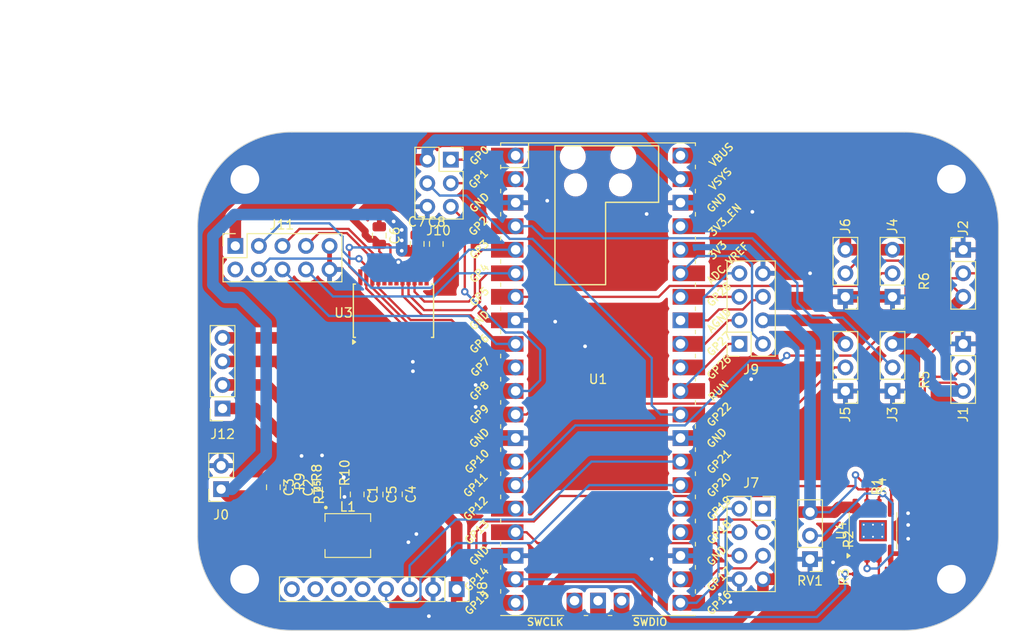
<source format=kicad_pcb>
(kicad_pcb (version 20240108) (generator "pcbnew") (generator_version "8.0")
  (layers (0 "F.Cu" signal) (31 "B.Cu" signal) (34 "B.Paste" user) (35 "F.Paste" user) (36 "B.SilkS" user "B.Silkscreen") (37 "F.SilkS" user "F.Silkscreen") (38 "B.Mask" user) (39 "F.Mask" user) (44 "Edge.Cuts" user))
  (net 0 "")
  (net 1 "+BATT")
  (net 2 "GND")
  (net 3 "+3V3")
  (net 4 "Net-(U5-BST)")
  (net 5 "IRQ")
  (net 6 "MISO")
  (net 7 "MOSI")
  (net 8 "SCK")
  (net 9 "CSN")
  (net 10 "CE")
  (net 11 "SCL")
  (net 12 "SDA")
  (net 13 "SW")
  (net 14 "Net-(J1-Pin_2)")
  (net 15 "Net-(J2-Pin_2)")
  (net 16 "Net-(J3-Pin_2)")
  (net 17 "ADC0")
  (net 18 "AVREF")
  (net 19 "ADC1")
  (net 20 "ADC2")
  (net 21 "AGND")
  (net 22 "RUN")
  (net 23 "GP0")
  (net 24 "GP1")
  (net 25 "GP22")
  (net 26 "GP8")
  (net 27 "PWMA")
  (net 28 "PWMB")
  (net 29 "AIN1")
  (net 30 "BIN1")
  (net 31 "AIN2")
  (net 32 "BIN2")
  (net 33 "Net-(J4-Pin_2)")
  (net 34 "Net-(J5-Pin_2)")
  (net 35 "Net-(J6-Pin_2)")
  (net 40 "Net-(J12-Pin_3)")
  (net 41 "Net-(J12-Pin_2)")
  (net 42 "Net-(J12-Pin_4)")
  (net 43 "Net-(J12-Pin_1)")
  (net 44 "Net-(U1-GPIO15)")
  (net 45 "Net-(U1-GPIO14)")
  (net 46 "Net-(U5-EN)")
  (net 47 "Net-(U5-FB)")
  (net 48 "Net-(U4A--)")
  (footprint "Resistor_SMD:R_0201_0603Metric" (layer "F.Cu") (at 187.59 95.844205 90)
    (property "Reference" "R3")
    (property "Value" "R_hysteresis")
  )
  (footprint "Library:RPi_Pico_SMD_TH" (layer "F.Cu") (at 160.02 74.4942)
    (property "Reference" "U1")
    (property "Value" "Pico")
  )
  (footprint "Resistor_SMD:R_0201_0603Metric" (layer "F.Cu") (at 128.9 85.534205 90)
    (property "Reference" "R9")
    (property "Value" "15.4K")
  )
  (footprint "Connector_PinSocket_2.54mm:PinSocket_1x02_P2.54mm_Vertical" (layer "F.Cu") (at 119.38 86.36 180)
    (property "Reference" "J0")
    (property "Value" "Battery_Input")
  )
  (footprint "Capacitor_SMD:C_0805_2012Metric" (layer "F.Cu") (at 140.52 59.894205 -90)
    (property "Reference" "C7")
    (property "Value" "100nF")
  )
  (footprint "Connector_PinSocket_2.54mm:PinSocket_2x05_P2.54mm_Vertical" (layer "F.Cu") (at 120.91 60.114205 90)
    (property "Reference" "J11")
    (property "Value" "external_hbridge")
  )
  (footprint "Resistor_SMD:R_0201_0603Metric" (layer "F.Cu") (at 191.62 86.044205 90)
    (property "Reference" "R4")
    (property "Value" "R_hysteresis")
  )
  (footprint "Capacitor_SMD:C_0805_2012Metric" (layer "F.Cu") (at 136.43 58.994205 -90)
    (property "Reference" "C6")
    (property "Value" "100nF")
  )
  (footprint "Connector_PinSocket_2.54mm:PinSocket_1x04_P2.54mm_Vertical" (layer "F.Cu") (at 119.535 77.654205 180)
    (property "Reference" "J12")
    (property "Value" "Motor_Pins")
  )
  (footprint "Capacitor_SMD:C_0805_2012Metric" (layer "F.Cu") (at 142.58 59.904205 -90)
    (property "Reference" "C8")
    (property "Value" "22uF")
  )
  (footprint "Connector_PinSocket_2.54mm:PinSocket_2x04_P2.54mm_Vertical" (layer "F.Cu") (at 175.26 70.6842 180)
    (property "Reference" "J9")
    (property "Value" "analog_expansion")
  )
  (footprint "Capacitor_SMD:C_0805_2012Metric" (layer "F.Cu") (at 127.1 86.184205 -90)
    (property "Reference" "C2")
    (property "Value" "100nF")
  )
  (footprint "Connector_PinHeader_2.54mm:PinHeader_1x03_P2.54mm_Vertical" (layer "F.Cu") (at 182.88 93.9152 180)
    (property "Reference" "RV1")
    (property "Value" "R_Potentiometer")
  )
  (footprint "Resistor_SMD:R_0201_0603Metric" (layer "F.Cu") (at 131.66 84.594205 -90)
    (property "Reference" "R10")
    (property "Value" "10K")
  )
  (footprint "Resistor_SMD:R_0201_0603Metric" (layer "F.Cu") (at 185.97 91.764205 -90)
    (property "Reference" "R2")
    (property "Value" "1k")
  )
  (footprint "Resistor_SMD:R_0201_0603Metric" (layer "F.Cu") (at 196.27 74.554205 90)
    (property "Reference" "R5")
    (property "Value" "100K")
  )
  (footprint "Capacitor_SMD:C_0805_2012Metric" (layer "F.Cu") (at 125.01 86.154205 -90)
    (property "Reference" "C3")
    (property "Value" "22uF")
  )
  (footprint "Package_SO:SOIC-8-1EP_3.9x4.9mm_P1.27mm_EP2.29x3mm_ThermalVias" (layer "F.Cu") (at 189.665 90.844205 90)
    (property "Reference" "U4")
    (property "Value" "LM393")
  )
  (footprint "Connector_PinHeader_2.54mm:PinHeader_1x03_P2.54mm_Vertical" (layer "F.Cu") (at 191.77 75.7642 180)
    (property "Reference" "J3")
    (property "Value" "Sensor A")
  )
  (footprint "Inductor_SMD:L_Sunlord_MWSA0402S" (layer "F.Cu") (at 133.04 91.364205)
    (property "Reference" "L1")
    (property "Value" "2.2uH")
  )
  (footprint "Capacitor_SMD:C_0805_2012Metric" (layer "F.Cu") (at 136.09 86.934205 -90)
    (property "Reference" "C5")
    (property "Value" "22uF")
  )
  (footprint "Resistor_SMD:R_0201_0603Metric" (layer "F.Cu") (at 196.24 63.924205 90)
    (property "Reference" "R6")
    (property "Value" "100K")
  )
  (footprint "Connector_PinHeader_2.54mm:PinHeader_1x03_P2.54mm_Vertical" (layer "F.Cu") (at 199.39 70.6842)
    (property "Reference" "J1")
    (property "Value" "Odom L")
  )
  (footprint "Connector_PinHeader_2.54mm:PinHeader_1x03_P2.54mm_Vertical" (layer "F.Cu") (at 186.69 65.6042 180)
    (property "Reference" "J6")
    (property "Value" "Sensor D")
  )
  (footprint "TPS562242DRLR (1):SOT50P160X60-6N" (layer "F.Cu") (at 131.27 86.744205 90)
    (property "Reference" "U5")
    (property "Value" "TPS562242DRLR")
  )
  (footprint "Resistor_SMD:R_0201_0603Metric" (layer "F.Cu") (at 128.9 87.044205 -90)
    (property "Reference" "R7")
    (property "Value" "100K")
  )
  (footprint "Connector_PinHeader_2.54mm:PinHeader_1x03_P2.54mm_Vertical" (layer "F.Cu") (at 186.69 75.7642 180)
    (property "Reference" "J5")
    (property "Value" "Sensor C")
  )
  (footprint "Capacitor_SMD:C_0805_2012Metric" (layer "F.Cu") (at 138.17 86.914205 -90)
    (property "Reference" "C4")
    (property "Value" "100nF")
  )
  (footprint "Resistor_SMD:R_0201_0603Metric" (layer "F.Cu") (at 130.75 84.594205 90)
    (property "Reference" "R8")
    (property "Value" "30.9K")
  )
  (footprint "Connector_PinSocket_2.54mm:PinSocket_2x04_P2.54mm_Vertical" (layer "F.Cu") (at 177.8 88.4642)
    (property "Reference" "J7")
    (property "Value" "nRF24L01 Connector")
  )
  (footprint "Connector_PinHeader_2.54mm:PinHeader_1x03_P2.54mm_Vertical" (layer "F.Cu") (at 191.77 65.6042 180)
    (property "Reference" "J4")
    (property "Value" "Sensor B")
  )
  (footprint "Connector_PinSocket_2.54mm:PinSocket_2x03_P2.54mm_Vertical" (layer "F.Cu") (at 144.145 50.8)
    (property "Reference" "J10")
    (property "Value" "digital_expansion")
  )
  (footprint "Capacitor_SMD:C_0805_2012Metric" (layer "F.Cu") (at 134.05 86.924205 -90)
    (property "Reference" "C1")
    (property "Value" "100nF")
  )
  (footprint "Package_SO:SSOP-24_5.3x8.2mm_P0.65mm" (layer "F.Cu") (at 137.96 67.104205 90)
    (property "Reference" "U3")
    (property "Value" "TB6612FNG")
  )
  (footprint "Resistor_SMD:R_0201_0603Metric" (layer "F.Cu") (at 189.05 86.064205 -90)
    (property "Reference" "R1")
    (property "Value" "1k")
  )
  (footprint "Connector_PinSocket_2.54mm:PinSocket_1x08_P2.54mm_Vertical" (layer "F.Cu") (at 144.78 97.155 -90)
    (property "Reference" "J8")
    (property "Value" "i2c accel/gyro")
  )
  (footprint "Connector_PinHeader_2.54mm:PinHeader_1x03_P2.54mm_Vertical" (layer "F.Cu") (at 199.39 60.5242)
    (property "Reference" "J2")
    (property "Value" "Odom R")
  )
  (gr_poly (pts (xy 160.834779 55.404906) (xy 160.834779 64.294906) (xy 155.373779 64.294906) (xy 155.373779 49.308906) (xy 166.549779 49.308906) (xy 166.549779 55.404906)) (stroke (width 0.15)) (fill none) (layer "F.SilkS"))
  (gr_line (start 127 47.824205) (end 193.04 47.824205) (stroke (width 0.1)) (layer "Edge.Cuts"))
  (gr_arc (start 203.2 91.44) (mid 200.224205 98.624205) (end 193.04 101.6) (stroke (width 0.1)) (layer "Edge.Cuts"))
  (gr_line (start 203.2 57.984205) (end 203.2 91.44) (stroke (width 0.1)) (layer "Edge.Cuts"))
  (gr_arc (start 127 101.6) (mid 119.815795 98.624205) (end 116.84 91.44) (stroke (width 0.1)) (layer "Edge.Cuts"))
  (gr_arc (start 116.84 57.984205) (mid 119.815795 50.8) (end 127 47.824205) (stroke (width 0.1)) (layer "Edge.Cuts"))
  (gr_line (start 193.04 101.6) (end 127 101.6) (stroke (width 0.1)) (layer "Edge.Cuts"))
  (gr_line (start 116.84 91.44) (end 116.84 57.984205) (stroke (width 0.1)) (layer "Edge.Cuts"))
  (gr_arc (start 193.04 47.824205) (mid 200.224205 50.8) (end 203.2 57.984205) (stroke (width 0.1)) (layer "Edge.Cuts"))
  (segment (start 125.01 87.104205) (end 127.07 87.104205) (width 1.25) (layer "F.Cu") (net 1))
  (segment (start 130.77 87.479205) (end 130.175 88.074205) (width 0.25) (layer "F.Cu") (net 1))
  (segment (start 138.85 58.384205) (end 138.85 60.634205) (width 1.25) (layer "F.Cu") (net 1))
  (segment (start 128.9 87.894205) (end 129.08 88.074205) (width 0.25) (layer "F.Cu") (net 1))
  (segment (start 133.2 62.319205) (end 133.2 60.274205) (width 0.25) (layer "F.Cu") (net 1))
  (segment (start 142.58 60.854205) (end 140.53 60.854205) (width 1.25) (layer "F.Cu") (net 1))
  (segment (start 128.9 87.364205) (end 128.9 87.894205) (width 0.25) (layer "F.Cu") (net 1))
  (segment (start 140.885 63.504205) (end 141.535 63.504205) (width 0.25) (layer "F.Cu") (net 1))
  (segment (start 120.124205 87.104205) (end 125.01 87.104205) (width 1.25) (layer "F.Cu") (net 1))
  (segment (start 127.07 87.104205) (end 127.1 87.134205) (width 1.25) (layer "F.Cu") (net 1))
  (segment (start 129.08 88.074205) (end 130.06 88.074205) (width 1.25) (layer "F.Cu") (net 1))
  (segment (start 134.385 63.504205) (end 133.2 62.319205) (width 0.25) (layer "F.Cu") (net 1))
  (segment (start 140.885 63.504205) (end 140.885 61.209205) (width 0.25) (layer "F.Cu") (net 1))
  (segment (start 140.885 61.209205) (end 140.52 60.844205) (width 0.25) (layer "F.Cu") (net 1))
  (segment (start 128.04 88.074205) (end 129.08 88.074205) (width 1.25) (layer "F.Cu") (net 1))
  (segment (start 140.53 60.854205) (end 140.52 60.844205) (width 1.25) (layer "F.Cu") (net 1))
  (segment (start 127.1 87.134205) (end 128.04 88.074205) (width 1.25) (layer "F.Cu") (net 1))
  (segment (start 137.98 57.474205) (end 138.81 58.304205) (width 1.25) (layer "F.Cu") (net 1))
  (segment (start 138.85 60.634205) (end 140.31 60.634205) (width 1.25) (layer "F.Cu") (net 1))
  (segment (start 140.31 60.634205) (end 140.52 60.844205) (width 1.25) (layer "F.Cu") (net 1))
  (segment (start 141.535 63.504205) (end 141.535 61.899205) (width 0.25) (layer "F.Cu") (net 1))
  (segment (start 130.175 88.074205) (end 130.06 88.074205) (width 0.25) (layer "F.Cu") (net 1))
  (segment (start 119.38 86.36) (end 120.124205 87.104205) (width 1.25) (layer "F.Cu") (net 1))
  (segment (start 141.535 61.899205) (end 142.58 60.854205) (width 0.25) (layer "F.Cu") (net 1))
  (via (at 138.85 58.384205) (size 0.8) (drill 0.4) (layers "F.Cu" "B.Cu") (net 1))
  (via (at 133.2 60.274205) (size 0.8) (drill 0.4) (layers "F.Cu" "B.Cu") (net 1))
  (via (at 137.98 57.474205) (size 0.8) (drill 0.4) (layers "F.Cu" "B.Cu") (net 1))
  (via (at 138.85 60.634205) (size 0.8) (drill 0.4) (layers "F.Cu" "B.Cu") (net 1))
  (via (at 138.85 59.514205) (size 0.8) (drill 0.4) (layers "F.Cu" "B.Cu") (net 1))
  (segment (start 118.49 64.284205) (end 118.49 59.054205) (width 1.25) (layer "B.Cu") (net 1))
  (segment (start 124.24 82.664205) (end 124.24 68.454205) (width 1.25) (layer "B.Cu") (net 1))
  (segment (start 138.49 60.274205) (end 138.85 60.634205) (width 0.25) (layer "B.Cu") (net 1))
  (segment (start 124.24 68.454205) (end 121.46 65.674205) (width 1.25) (layer "B.Cu") (net 1))
  (segment (start 133.2 60.274205) (end 138.49 60.274205) (width 0.25) (layer "B.Cu") (net 1))
  (segment (start 121.46 65.674205) (end 119.88 65.674205) (width 1.25) (layer "B.Cu") (net 1))
  (segment (start 137.23 56.724205) (end 137.98 57.474205) (width 1.25) (layer "B.Cu") (net 1))
  (segment (start 118.49 59.054205) (end 120.82 56.724205) (width 1.25) (layer "B.Cu") (net 1))
  (segment (start 120.544205 86.36) (end 124.24 82.664205) (width 1.25) (layer "B.Cu") (net 1))
  (segment (start 138.85 60.634205) (end 138.85 58.344205) (width 1.25) (layer "B.Cu") (net 1))
  (segment (start 119.38 86.36) (end 120.544205 86.36) (width 1.25) (layer "B.Cu") (net 1))
  (segment (start 119.88 65.674205) (end 118.49 64.284205) (width 1.25) (layer "B.Cu") (net 1))
  (segment (start 138.85 58.344205) (end 137.98 57.474205) (width 1.25) (layer "B.Cu") (net 1))
  (segment (start 120.82 56.724205) (end 137.23 56.724205) (width 1.25) (layer "B.Cu") (net 1))
  (segment (start 132.395 87.479205) (end 132.68 87.194205) (width 0.25) (layer "F.Cu") (net 2))
  (segment (start 132.44 84.914205) (end 132.6 85.074205) (width 0.25) (layer "F.Cu") (net 2))
  (segment (start 136.09 85.324205) (end 136.09 85.984205) (width 0.25) (layer "F.Cu") (net 2))
  (segment (start 132.6 85.074205) (end 132.86 84.814205) (width 0.25) (layer "F.Cu") (net 2))
  (segment (start 132.86 84.814205) (end 135.58 84.814205) (width 0.25) (layer "F.Cu") (net 2))
  (segment (start 191.77 65.6042) (end 186.69 65.6042) (width 1.25) (layer "F.Cu") (net 2))
  (segment (start 131.77 87.479205) (end 132.395 87.479205) (width 0.25) (layer "F.Cu") (net 2))
  (segment (start 131.66 84.914205) (end 132.44 84.914205) (width 0.25) (layer "F.Cu") (net 2))
  (segment (start 135.58 84.814205) (end 136.09 85.324205) (width 0.25) (layer "F.Cu") (net 2))
  (via (at 185.36 94.254205) (size 0.8) (drill 0.4) (layers "F.Cu" "B.Cu") (net 2))
  (via (at 193.46 91.714205) (size 0.8) (drill 0.4) (layers "F.Cu" "B.Cu") (net 2))
  (via (at 132.6 85.074205) (size 0.8) (drill 0.4) (layers "F.Cu" "B.Cu") (net 2))
  (via (at 140.06 73.634205) (size 0.8) (drill 0.4) (layers "F.Cu" "B.Cu") (net 2))
  (via (at 182.88 63.064205) (size 0.8) (drill 0.4) (layers "F.Cu" "B.Cu") (net 2))
  (via (at 128.05 82.774205) (size 0.8) (drill 0.4) (layers "F.Cu" "B.Cu") (net 2))
  (via (at 154.54 55.234205) (size 0.8) (drill 0.4) (layers "F.Cu" "B.Cu") (net 2))
  (via (at 155.4 68.284205) (size 0.8) (drill 0.4) (layers "F.Cu" "B.Cu") (net 2))
  (via (at 165.26 56.664205) (size 0.8) (drill 0.4) (layers "F.Cu" "B.Cu") (net 2))
  (via (at 139.57 92.084205) (size 0.8) (drill 0.4) (layers "F.Cu" "B.Cu") (net 2))
  (via (at 140.43 91.204205) (size 0.8) (drill 0.4) (layers "F.Cu" "B.Cu") (net 2))
  (via (at 158.62 70.944205) (size 0.8) (drill 0.4) (layers "F.Cu" "B.Cu") (net 2))
  (via (at 193.45 88.954205) (size 0.8) (drill 0.4) (layers "F.Cu" "B.Cu") (net 2))
  (via (at 132.6 85.074205) (size 0.8) (drill 0.4) (layers "F.Cu" "B.Cu") (net 2))
  (via (at 174.29 98.534205) (size 0.8) (drill 0.4) (layers "F.Cu" "B.Cu") (net 2))
  (via (at 146.82 77.484205) (size 0.8) (drill 0.4) (layers "F.Cu" "B.Cu") (net 2))
  (via (at 173.15 97.724205) (size 0.8) (drill 0.4) (layers "F.Cu" "B.Cu") (net 2))
  (via (at 140.05 72.614205) (size 0.8) (drill 0.4) (layers "F.Cu" "B.Cu") (net 2))
  (via (at 138.49 61.864205) (size 0.8) (drill 0.4) (layers "F.Cu" "B.Cu") (net 2))
  (via (at 141.78 100.064205) (size 0.8) (drill 0.4) (layers "F.Cu" "B.Cu") (net 2))
  (via (at 198.12 52.9042) (size 4.5) (drill 3.1) (layers "F.Cu" "B.Cu") (net 2))
  (via (at 130.26 82.714205) (size 0.8) (drill 0.4) (layers "F.Cu" "B.Cu") (net 2))
  (via (at 198.12 96.0842) (size 4.5) (drill 3.1) (layers "F.Cu" "B.Cu") (net 2))
  (via (at 176.66 56.434205) (size 0.8) (drill 0.4) (layers "F.Cu" "B.Cu") (net 2))
  (via (at 193.46 90.224205) (size 0.8) (drill 0.4) (layers "F.Cu" "B.Cu") (net 2))
  (via (at 165.8 93.894205) (size 0.8) (drill 0.4) (layers "F.Cu" "B.Cu") (net 2))
  (via (at 146.82 75.124205) (size 0.8) (drill 0.4) (layers "F.Cu" "B.Cu") (net 2))
  (via (at 176.53 74.494205) (size 0.8) (drill 0.4) (layers "F.Cu" "B.Cu") (net 2))
  (via (at 121.94 52.934205) (size 4.5) (drill 3.1) (layers "F.Cu" "B.Cu") (net 2))
  (via (at 132.68 87.194205) (size 0.8) (drill 0.4) (layers "F.Cu" "B.Cu") (net 2))
  (via (at 121.92 96.0842) (size 4.5) (drill 3.1) (layers "F.Cu" "B.Cu") (net 2))
  (segment (start 130.75 84.274205) (end 131.66 84.274205) (width 0.25) (layer "F.Cu") (net 3))
  (segment (start 144.78 97.155) (end 144.78 90.321997) (width 1.25) (layer "F.Cu") (net 3))
  (segment (start 165.31 97.234205) (end 165.31 99.284205) (width 1.25) (layer "F.Cu") (net 3))
  (segment (start 181.479005 88.8352) (end 182.88 88.8352) (width 1.25) (layer "F.Cu") (net 3))
  (segment (start 177.8 97.754205) (end 177.8 96.0842) (width 1.25) (layer "F.Cu") (net 3))
  (segment (start 179.050005 96.0842) (end 180.24 94.894205) (width 1.25) (layer "F.Cu") (net 3))
  (segment (start 196.24 64.244205) (end 198.030005 64.244205) (width 0.25) (layer "F.Cu") (net 3))
  (segment (start 138.15 87.884205) (end 138.17 87.864205) (width 0.75) (layer "F.Cu") (net 3))
  (segment (start 186.02 88.324205) (end 187.715 88.324205) (width 1.25) (layer "F.Cu") (net 3))
  (segment (start 194.36 68.0942) (end 194.36 61.584205) (width 1.25) (layer "F.Cu") (net 3))
  (segment (start 166.7 100.674205) (end 174.88 100.674205) (width 1.25) (layer "F.Cu") (net 3))
  (segment (start 185.97 91.134205) (end 187.76 89.344205) (width 0.25) (layer "F.Cu") (net 3))
  (segment (start 168.91 52.9042) (end 182.139995 52.9042) (width 1.25) (layer "F.Cu") (net 3))
  (segment (start 155.16 96.964205) (end 156.24 95.884205) (width 1.25) (layer "F.Cu") (net 3))
  (segment (start 142.322208 87.864205) (end 141.16 87.864205) (width 1.25) (layer "F.Cu") (net 3))
  (segment (start 140.08 84.274205) (end 141.16 85.354205) (width 0.25) (layer "F.Cu") (net 3))
  (segment (start 134.91 58.924205) (end 135.38 59.394205) (width 0.75) (layer "F.Cu") (net 3))
  (segment (start 194.36 68.0942) (end 196.9 68.0942) (width 1.25) (layer "F.Cu") (net 3))
  (segment (start 136.985 61.259205) (end 136.43 60.704205) (width 0.25) (layer "F.Cu") (net 3))
  (segment (start 136.985 63.504205) (end 136.985 61.259205) (width 0.25) (layer "F.Cu") (net 3))
  (segment (start 133.96 54.724205) (end 137.884205 50.8) (width 0.75) (layer "F.Cu") (net 3))
  (segment (start 187.715 88.324205) (end 187.76 88.369205) (width 1.25) (layer "F.Cu") (net 3))
  (segment (start 185.97 91.444205) (end 185.97 91.134205) (width 0.25) (layer "F.Cu") (net 3))
  (segment (start 198.030005 64.244205) (end 199.39 65.6042) (width 0.25) (layer "F.Cu") (net 3))
  (segment (start 134.89 91.364205) (end 134.89 90.684205) (width 0.75) (layer "F.Cu") (net 3))
  (segment (start 136.09 89.484205) (end 136.09 87.884205) (width 0.75) (layer "F.Cu") (net 3))
  (segment (start 177.8 96.0842) (end 179.050005 96.0842) (width 1.25) (layer "F.Cu") (net 3))
  (segment (start 155.16 98.534205) (end 155.16 96.964205) (width 1.25) (layer "F.Cu") (net 3))
  (segment (start 120.91 60.114205) (end 120.91 57.164205) (width 1.25) (layer "F.Cu") (net 3))
  (segment (start 165.31 99.284205) (end 166.7 100.674205) (width 1.25) (layer "F.Cu") (net 3))
  (segment (start 196.9 68.0942) (end 199.39 65.6042) (width 1.25) (layer "F.Cu") (net 3))
  (segment (start 191.77 70.6842) (end 194.36 68.0942) (width 1.25) (layer "F.Cu") (net 3))
  (segment (start 141.16 85.354205) (end 141.16 87.864205) (width 0.25) (layer "F.Cu") (net 3))
  (segment (start 182.88 88.8352) (end 185.509005 88.8352) (width 1.25) (layer "F.Cu") (net 3))
  (segment (start 180.24 94.894205) (end 180.24 90.074205) (width 1.25) (layer "F.Cu") (net 3))
  (segment (start 186.69 57.454205) (end 186.69 60.5242) (width 1.25) (layer "F.Cu") (net 3))
  (segment (start 141.16 87.864205) (end 138.17 87.864205) (width 1.25) (layer "F.Cu") (net 3))
  (segment (start 163.93 95.854205) (end 165.31 97.234205) (width 1.25) (layer "F.Cu") (net 3))
  (segment (start 137.635 60.119205) (end 137.46 59.944205) (width 0.25) (layer "F.Cu") (net 3))
  (segment (start 146.79 100.684205) (end 153.01 100.684205) (width 1.25) (layer "F.Cu") (net 3))
  (segment (start 174.88 100.674205) (end 177.8 97.754205) (width 1.25) (layer "F.Cu") (net 3))
  (segment (start 135.38 59.394205) (end 135.88 59.394205) (width 0.75) (layer "F.Cu") (net 3))
  (segment (start 177.8 68.1442) (end 184.15 68.1442) (width 1.25) (layer "F.Cu") (net 3))
  (segment (start 134.91 58.514205) (end 134.91 58.924205) (width 0.75) (layer "F.Cu") (net 3))
  (segment (start 132.54 56.144205) (end 137.884205 50.8) (width 1.25) (layer "F.Cu") (net 3))
  (segment (start 182.139995 52.9042) (end 186.69 57.454205) (width 1.25) (layer "F.Cu") (net 3))
  (segment (start 137.884205 50.8) (end 141.605 50.8) (width 1.25) (layer "F.Cu") (net 3))
  (segment (start 198.500005 74.874205) (end 199.39 75.7642) (width 0.25) (layer "F.Cu") (net 3))
  (segment (start 189.05 85.744205) (end 188.7 85.744205) (width 0.25) (layer "F.Cu") (net 3))
  (segment (start 194.36 61.584205) (end 193.299995 60.5242) (width 1.25) (layer "F.Cu") (net 3))
  (segment (start 153.01 100.684205) (end 155.16 98.534205) (width 1.25) (layer "F.Cu") (net 3))
  (segment (start 156.24 95.854205) (end 163.93 95.854205) (width 1.25) (layer "F.Cu") (net 3))
  (segment (start 193.299995 60.5242) (end 191.77 60.5242) (width 1.25) (layer "F.Cu") (net 3))
  (segment (start 136.09 87.884205) (end 138.15 87.884205) (width 0.75) (layer "F.Cu") (net 3))
  (segment (start 188.7 85.744205) (end 187.78 84.824205) (width 0.25) (layer "F.Cu") (net 3))
  (segment (start 185.509005 88.8352) (end 186.02 88.324205) (width 1.25) (layer "F.Cu") (net 3))
  (segment (start 131.66 84.274205) (end 140.08 84.274205) (width 0.25) (layer "F.Cu") (net 3))
  (segment (start 137.46 59.944205) (end 136.43 59.944205) (width 0.25) (layer "F.Cu") (net 3))
  (segment (start 192.3585 60.5242) (end 191.77 60.5242) (width 0.25) (layer "F.Cu") (net 3))
  (segment (start 186.69 60.5242) (end 191.77 60.5242) (width 1.25) (layer "F.Cu") (net 3))
  (segment (start 135.88 59.394205) (end 136.43 59.944205) (width 0.75) (layer "F.Cu") (net 3))
  (segment (start 144.78 97.155) (end 144.78 98.674205) (width 1.25) (layer "F.Cu") (net 3))
  (segment (start 132.54 56.144205) (end 134.91 58.514205) (width 0.75) (layer "F.Cu") (net 3))
  (segment (start 134.89 90.684205) (end 136.09 89.484205) (width 0.75) (layer "F.Cu") (net 3))
  (segment (start 196.27 74.874205) (end 198.500005 74.874205) (width 0.25) (layer "F.Cu") (net 3))
  (segment (start 136.985 63.504205) (end 137.635 63.504205) (width 0.25) (layer "F.Cu") (net 3))
  (segment (start 136.43 60.704205) (end 136.43 59.944205) (width 0.25) (layer "F.Cu") (net 3))
  (segment (start 180.24 90.074205) (end 181.479005 88.8352) (width 1.25) (layer "F.Cu") (net 3))
  (segment (start 144.78 98.674205) (end 146.79 100.684205) (width 1.25) (layer "F.Cu") (net 3))
  (segment (start 187.76 89.344205) (end 187.76 88.369205) (width 0.25) (layer "F.Cu") (net 3))
  (segment (start 137.635 63.504205) (end 137.635 60.119205) (width 0.25) (layer "F.Cu") (net 3))
  (segment (start 144.78 90.321997) (end 142.322208 87.864205) (width 1.25) (layer "F.Cu") (net 3))
  (segment (start 120.91 57.164205) (end 121.93 56.144205) (width 1.25) (layer "F.Cu") (net 3))
  (segment (start 121.93 56.144205) (end 132.54 56.144205) (width 1.25) (layer "F.Cu") (net 3))
  (segment (start 184.15 68.1442) (end 186.69 70.6842) (width 1.25) (layer "F.Cu") (net 3))
  (segment (start 156.24 95.884205) (end 156.24 95.854205) (width 1.25) (layer "F.Cu") (net 3))
  (via (at 187.78 84.824205) (size 0.8) (drill 0.4) (layers "F.Cu" "B.Cu") (net 3))
  (segment (start 182.88 88.8352) (end 184.989005 88.8352) (width 0.25) (layer "B.Cu") (net 3))
  (segment (start 141.605 49.597919) (end 142.513719 48.6892) (width 1.25) (layer "B.Cu") (net 3))
  (segment (start 141.605 50.8) (end 141.605 49.597919) (width 1.25) (layer "B.Cu") (net 3))
  (segment (start 182.88 70.574205) (end 180.449995 68.1442) (width 1.25) (layer "B.Cu") (net 3))
  (segment (start 187.78 86.044205) (end 187.78 84.824205) (width 0.25) (layer "B.Cu") (net 3))
  (segment (start 184.989005 88.8352) (end 187.78 86.044205) (width 0.25) (layer "B.Cu") (net 3))
  (segment (start 194.249995 70.6842) (end 195.82 72.254205) (width 1.25) (layer "B.Cu") (net 3))
  (segment (start 195.82 74.764205) (end 196.819995 75.7642) (width 1.25) (layer "B.Cu") (net 3))
  (segment (start 164.384995 48.6892) (end 168.599995 52.9042) (width 1.25) (layer "B.Cu") (net 3))
  (segment (start 191.77 70.6842) (end 194.249995 70.6842) (width 1.25) (layer "B.Cu") (net 3))
  (segment (start 180.449995 68.1442) (end 177.8 68.1442) (width 1.25) (layer "B.Cu") (net 3))
  (segment (start 195.82 72.254205) (end 195.82 74.764205) (width 1.25) (layer "B.Cu") (net 3))
  (segment (start 196.819995 75.7642) (end 199.39 75.7642) (width 1.25) (layer "B.Cu") (net 3))
  (segment (start 142.513719 48.6892) (end 164.384995 48.6892) (width 1.25) (layer "B.Cu") (net 3))
  (segment (start 168.599995 52.9042) (end 168.91 52.9042) (width 1.25) (layer "B.Cu") (net 3))
  (segment (start 182.88 88.8352) (end 182.88 70.574205) (width 1.25) (layer "B.Cu") (net 3))
  (segment (start 134.015 86.009205) (end 134.05 85.974205) (width 0.25) (layer "F.Cu") (net 4))
  (segment (start 131.77 86.009205) (end 134.015 86.009205) (width 0.25) (layer "F.Cu") (net 4))
  (segment (start 173.01 89.364205) (end 173.910005 88.4642) (width 0.25) (layer "B.Cu") (net 6))
  (segment (start 173.910005 88.4642) (end 175.26 88.4642) (width 0.25) (layer "B.Cu") (net 6))
  (segment (start 173.01 96.244205) (end 173.01 89.364205) (width 0.25) (layer "B.Cu") (net 6))
  (segment (start 170.630005 98.6242) (end 173.01 96.244205) (width 0.25) (layer "B.Cu") (net 6))
  (segment (start 168.91 98.6242) (end 170.630005 98.6242) (width 0.25) (layer "B.Cu") (net 6))
  (segment (start 168.91 88.4642) (end 170.0869 88.4642) (width 0.25) (layer "F.Cu") (net 7))
  (segment (start 170.0869 88.4642) (end 171.2638 89.6411) (width 0.25) (layer "F.Cu") (net 7))
  (segment (start 171.2638 89.6411) (end 176.4369 89.6411) (width 0.25) (layer "F.Cu") (net 7))
  (segment (start 176.4369 89.6411) (end 177.8 91.0042) (width 0.25) (layer "F.Cu") (net 7))
  (segment (start 175.26 91.0042) (end 168.91 91.0042) (width 0.25) (layer "F.Cu") (net 8))
  (segment (start 168.91 96.0842) (end 171.8869 96.0842) (width 0.25) (layer "F.Cu") (net 9))
  (segment (start 173.0638 94.9073) (end 176.4369 94.9073) (width 0.25) (layer "F.Cu") (net 9))
  (segment (start 171.8869 96.0842) (end 173.0638 94.9073) (width 0.25) (layer "F.Cu") (net 9))
  (segment (start 176.4369 94.9073) (end 177.8 93.5442) (width 0.25) (layer "F.Cu") (net 9))
  (segment (start 153.4838 92.1811) (end 172.72 92.1811) (width 0.25) (layer "F.Cu") (net 10))
  (segment (start 151.13 91.0042) (end 152.3069 91.0042) (width 0.25) (layer "F.Cu") (net 10))
  (segment (start 175.26 93.5442) (end 174.0831 93.5442) (width 0.25) (layer "F.Cu") (net 10))
  (segment (start 172.72 92.1811) (end 174.0831 93.5442) (width 0.25) (layer "F.Cu") (net 10))
  (segment (start 152.3069 91.0042) (end 153.4838 92.1811) (width 0.25) (layer "F.Cu") (net 10))
  (segment (start 139.7 94.604205) (end 139.7 97.155) (width 0.25) (layer "B.Cu") (net 11))
  (segment (start 168.91 83.3842) (end 159.310005 83.3842) (width 0.25) (layer "B.Cu") (net 11))
  (segment (start 144.665005 89.6392) (end 139.7 94.604205) (width 0.25) (layer "B.Cu") (net 11))
  (segment (start 153.055005 89.6392) (end 144.665005 89.6392) (width 0.25) (layer "B.Cu") (net 11))
  (segment (start 159.310005 83.3842) (end 153.055005 89.6392) (width 0.25) (layer "B.Cu") (net 11))
  (segment (start 140.55 98.554205) (end 137.44 98.554205) (width 0.25) (layer "B.Cu") (net 12))
  (segment (start 159.060005 85.9242) (end 152.805005 92.1792) (width 0.25) (layer "B.Cu") (net 12))
  (segment (start 137.44 98.554205) (end 137.16 98.274205) (width 0.25) (layer "B.Cu") (net 12))
  (segment (start 168.91 85.9242) (end 159.060005 85.9242) (width 0.25) (layer "B.Cu") (net 12))
  (segment (start 137.16 98.274205) (end 137.16 97.155) (width 0.25) (layer "B.Cu") (net 12))
  (segment (start 140.875 96.059205) (end 140.875 98.229205) (width 0.25) (layer "B.Cu") (net 12))
  (segment (start 152.805005 92.1792) (end 144.764995 92.1792) (width 0.25) (layer "B.Cu") (net 12))
  (segment (start 144.764995 92.1792) (end 144.76 92.174205) (width 0.25) (layer "B.Cu") (net 12))
  (segment (start 144.76 92.174205) (end 140.875 96.059205) (width 0.25) (layer "B.Cu") (net 12))
  (segment (start 140.875 98.229205) (end 140.55 98.554205) (width 0.25) (layer "B.Cu") (net 12))
  (segment (start 131.27 88.894205) (end 131.28 88.904205) (width 0.25) (layer "F.Cu") (net 13))
  (segment (start 131.19 91.364205) (end 131.19 88.814205) (width 0.75) (layer "F.Cu") (net 13))
  (segment (start 131.27 88.734205) (end 131.27 88.894205) (width 0.25) (layer "F.Cu") (net 13))
  (segment (start 133.19 88.734205) (end 134.05 87.874205) (width 0.75) (layer "F.Cu") (net 13))
  (segment (start 131.19 88.814205) (end 131.27 88.734205) (width 0.75) (layer "F.Cu") (net 13))
  (segment (start 131.27 87.479205) (end 131.27 88.734205) (width 0.25) (layer "F.Cu") (net 13))
  (segment (start 131.27 88.734205) (end 133.19 88.734205) (width 0.75) (layer "F.Cu") (net 13))
  (segment (start 196.27 74.234205) (end 195.686396 74.234205) (width 0.25) (layer "F.Cu") (net 14))
  (segment (start 195.25 93.174205) (end 191.83 96.594205) (width 0.25) (layer "F.Cu") (net 14))
  (segment (start 190.27 96.014205) (end 188.66 96.014205) (width 0.25) (layer "F.Cu") (net 14))
  (segment (start 187.59 96.164205) (end 188.51 96.164205) (width 0.25) (layer "F.Cu") (net 14))
  (segment (start 190.3 95.984205) (end 190.3 93.319205) (width 0.25) (layer "F.Cu") (net 14))
  (segment (start 190.27 96.014205) (end 190.3 95.984205) (width 0.25) (layer "F.Cu") (net 14))
  (segment (start 195.686396 74.234205) (end 195.25 74.670601) (width 0.25) (layer "F.Cu") (net 14))
  (segment (start 198.379995 74.234205) (end 199.39 73.2242) (width 0.25) (layer "F.Cu") (net 14))
  (segment (start 195.25 74.670601) (end 195.25 93.174205) (width 0.25) (layer "F.Cu") (net 14))
  (segment (start 191.83 96.594205) (end 190.85 96.594205) (width 0.25) (layer "F.Cu") (net 14))
  (segment (start 188.51 96.164205) (end 188.66 96.014205) (width 0.25) (layer "F.Cu") (net 14))
  (segment (start 190.85 96.594205) (end 190.27 96.014205) (width 0.25) (layer "F.Cu") (net 14))
  (segment (start 196.27 74.234205) (end 198.379995 74.234205) (width 0.25) (layer "F.Cu") (net 14))
  (segment (start 192.47 86.364205) (end 194.8 84.034205) (width 0.25) (layer "F.Cu") (net 15))
  (segment (start 191.62 86.364205) (end 191.62 88.319205) (width 0.25) (layer "F.Cu") (net 15))
  (segment (start 194.8 84.034205) (end 194.8 74.484205) (width 0.25) (layer "F.Cu") (net 15))
  (segment (start 195.39 72.244205) (end 201.52 66.114205) (width 0.25) (layer "F.Cu") (net 15))
  (segment (start 195.39 73.894205) (end 195.39 72.244205) (width 0.25) (layer "F.Cu") (net 15))
  (segment (start 200.839995 63.0642) (end 199.39 63.0642) (width 0.25) (layer "F.Cu") (net 15))
  (segment (start 201.52 63.744205) (end 200.839995 63.0642) (width 0.25) (layer "F.Cu") (net 15))
  (segment (start 196.24 63.604205) (end 198.849995 63.604205) (width 0.25) (layer "F.Cu") (net 15))
  (segment (start 191.62 86.364205) (end 192.47 86.364205) (width 0.25) (layer "F.Cu") (net 15))
  (segment (start 198.849995 63.604205) (end 199.39 63.0642) (width 0.25) (layer "F.Cu") (net 15))
  (segment (start 194.8 74.484205) (end 195.39 73.894205) (width 0.25) (layer "F.Cu") (net 15))
  (segment (start 201.52 66.114205) (end 201.52 63.744205) (width 0.25) (layer "F.Cu") (net 15))
  (segment (start 191.62 88.319205) (end 191.57 88.369205) (width 0.25) (layer "F.Cu") (net 15))
  (segment (start 181.51 64.144205) (end 176.65 59.284205) (width 0.25) (layer "B.Cu") (net 16))
  (segment (start 152.849995 57.9842) (end 151.13 57.9842) (width 0.25) (layer "B.Cu") (net 16))
  (segment (start 181.51 66.234205) (end 181.51 64.144205) (width 0.25) (layer "B.Cu") (net 16))
  (segment (start 186.400005 67.854205) (end 183.13 67.854205) (width 0.25) (layer "B.Cu") (net 16))
  (segment (start 176.65 59.284205) (end 154.15 59.284205) (width 0.25) (layer "B.Cu") (net 16))
  (segment (start 154.15 59.284205) (end 152.849995 57.9842) (width 0.25) (layer "B.Cu") (net 16))
  (segment (start 191.77 73.2242) (end 186.400005 67.854205) (width 0.25) (layer "B.Cu") (net 16))
  (segment (start 183.13 67.854205) (end 181.51 66.234205) (width 0.25) (layer "B.Cu") (net 16))
  (segment (start 171.5431 73.2242) (end 168.91 73.2242) (width 0.25) (layer "F.Cu") (net 17))
  (segment (start 175.26 70.6842) (end 174.0831 70.6842) (width 0.25) (layer "F.Cu") (net 17))
  (segment (start 174.0831 70.6842) (end 171.5431 73.2242) (width 0.25) (layer "F.Cu") (net 17))
  (segment (start 175.78 61.204205) (end 170.769995 61.204205) (width 0.25) (layer "B.Cu") (net 18))
  (segment (start 176.625 69.5092) (end 176.625 62.049205) (width 0.25) (layer "B.Cu") (net 18))
  (segment (start 170.769995 61.204205) (end 168.91 63.0642) (width 0.25) (layer "B.Cu") (net 18))
  (segment (start 176.625 62.049205) (end 175.78 61.204205) (width 0.25) (layer "B.Cu") (net 18))
  (segment (start 177.8 70.6842) (end 176.625 69.5092) (width 0.25) (layer "B.Cu") (net 18))
  (segment (start 171.5431 70.6842) (end 168.91 70.6842) (width 0.25) (layer "F.Cu") (net 19))
  (segment (start 174.0831 68.1442) (end 171.5431 70.6842) (width 0.25) (layer "F.Cu") (net 19))
  (segment (start 175.26 68.1442) (end 174.0831 68.1442) (width 0.25) (layer "F.Cu") (net 19))
  (segment (start 175.26 65.6042) (end 168.91 65.6042) (width 0.25) (layer "F.Cu") (net 20))
  (segment (start 176.6231 65.97) (end 177.4342 65.97) (width 0.25) (layer "F.Cu") (net 21))
  (segment (start 168.91 68.1442) (end 171.8869 68.1442) (width 0.25) (layer "F.Cu") (net 21))
  (segment (start 175.6258 66.9673) (end 176.6231 65.97) (width 0.25) (layer "F.Cu") (net 21))
  (segment (start 173.0638 66.9673) (end 175.6258 66.9673) (width 0.25) (layer "F.Cu") (net 21))
  (segment (start 171.8869 68.1442) (end 173.0638 66.9673) (width 0.25) (layer "F.Cu") (net 21))
  (segment (start 177.4342 65.97) (end 177.8 65.6042) (width 0.25) (layer "F.Cu") (net 21))
  (segment (start 174.033609 63.0642) (end 171.43 65.667809) (width 0.25) (layer "B.Cu") (net 22))
  (segment (start 171.43 65.667809) (end 171.43 73.2442) (width 0.25) (layer "B.Cu") (net 22))
  (segment (start 171.43 73.2442) (end 168.91 75.7642) (width 0.25) (layer "B.Cu") (net 22))
  (segment (start 175.26 63.0642) (end 174.033609 63.0642) (width 0.25) (layer "B.Cu") (net 22))
  (segment (start 144.145 50.8) (end 149.5173 50.8) (width 0.25) (layer "F.Cu") (net 23))
  (segment (start 149.5173 50.8) (end 149.9531 50.3642) (width 0.25) (layer "F.Cu") (net 23))
  (segment (start 151.13 50.3642) (end 149.9531 50.3642) (width 0.25) (layer "F.Cu") (net 23))
  (segment (start 147.7173 53.34) (end 148.1531 52.9042) (width 0.25) (layer "F.Cu") (net 24))
  (segment (start 151.13 52.9042) (end 148.1531 52.9042) (width 0.25) (layer "F.Cu") (net 24))
  (segment (start 144.145 53.34) (end 147.7173 53.34) (width 0.25) (layer "F.Cu") (net 24))
  (segment (start 152.954995 59.3492) (end 165.81 72.204205) (width 0.25) (layer "B.Cu") (net 25))
  (segment (start 142.939205 54.674205) (end 145.81 54.674205) (width 0.25) (layer "B.Cu") (net 25))
  (segment (start 165.81 72.204205) (end 165.81 77.334205) (width 0.25) (layer "B.Cu") (net 25))
  (segment (start 145.81 54.674205) (end 150.484995 59.3492) (width 0.25) (layer "B.Cu") (net 25))
  (segment (start 150.484995 59.3492) (end 152.954995 59.3492) (width 0.25) (layer "B.Cu") (net 25))
  (segment (start 165.81 77.334205) (end 166.779995 78.3042) (width 0.25) (layer "B.Cu") (net 25))
  (segment (start 166.779995 78.3042) (end 168.91 78.3042) (width 0.25) (layer "B.Cu") (net 25))
  (segment (start 141.605 53.34) (end 142.939205 54.674205) (width 0.25) (layer "B.Cu") (net 25))
  (segment (start 145.65 57.385) (end 145.65 65.054205) (width 0.25) (layer "F.Cu") (net 26))
  (segment (start 144.145 55.88) (end 145.65 57.385) (width 0.25) (layer "F.Cu") (net 26))
  (via (at 145.65 65.054205) (size 0.8) (drill 0.4) (layers "F.Cu" "B.Cu") (net 26))
  (segment (start 153.78 71.344205) (end 153.78 74.604205) (width 0.25) (layer "B.Cu") (net 26))
  (segment (start 153.78 74.604205) (end 152.620005 75.7642) (width 0.25) (layer "B.Cu") (net 26))
  (segment (start 151.89 69.454205) (end 153.78 71.344205) (width 0.25) (layer "B.Cu") (net 26))
  (segment (start 150.05 69.454205) (end 151.89 69.454205) (width 0.25) (layer "B.Cu") (net 26))
  (segment (start 145.65 65.054205) (end 150.05 69.454205) (width 0.25) (layer "B.Cu") (net 26))
  (segment (start 152.620005 75.7642) (end 151.13 75.7642) (width 0.25) (layer "B.Cu") (net 26))
  (segment (start 134.24 61.574205) (end 134.24 61.494205) (width 0.25) (layer "F.Cu") (net 27))
  (segment (start 144.21 69.544205) (end 144.21 80.744205) (width 0.25) (layer "F.Cu") (net 27))
  (segment (start 147.079995 88.4642) (end 151.13 88.4642) (width 0.25) (layer "F.Cu") (net 27))
  (segment (start 144.21 85.594205) (end 147.079995 88.4642) (width 0.25) (layer "F.Cu") (net 27))
  (segment (start 135.035 62.289205) (end 134.24 61.494205) (width 0.25) (layer "F.Cu") (net 27))
  (segment (start 144.21 80.744205) (end 144.22 80.754205) (width 0.25) (layer "F.Cu") (net 27))
  (segment (start 143.84 69.174205) (end 144.21 69.544205) (width 0.25) (layer "F.Cu") (net 27))
  (segment (start 135.035 64.699205) (end 139.51 69.174205) (width 0.25) (layer "F.Cu") (net 27))
  (segment (start 144.21 80.744205) (end 144.21 85.594205) (width 0.25) (layer "F.Cu") (net 27))
  (segment (start 139.51 69.174205) (end 143.84 69.174205) (width 0.25) (layer "F.Cu") (net 27))
  (segment (start 135.035 63.504205) (end 135.035 62.289205) (width 0.25) (layer "F.Cu") (net 27))
  (segment (start 135.035 63.504205) (end 135.035 64.699205) (width 0.25) (layer "F.Cu") (net 27))
  (via (at 134.24 61.494205) (size 0.8) (drill 0.4) (layers "F.Cu" "B.Cu") (net 27))
  (segment (start 132.47 59.094205) (end 131.05 57.674205) (width 0.25) (layer "B.Cu") (net 27))
  (segment (start 134.24 61.494205) (end 133.33 61.494205) (width 0.25) (layer "B.Cu") (net 27))
  (segment (start 132.46 60.624205) (end 132.46 60.484205) (width 0.25) (layer "B.Cu") (net 27))
  (segment (start 132.46 60.484205) (end 132.47 60.474205) (width 0.25) (layer "B.Cu") (net 27))
  (segment (start 131.05 57.674205) (end 125.89 57.674205) (width 0.25) (layer "B.Cu") (net 27))
  (segment (start 132.47 60.474205) (end 132.47 59.094205) (width 0.25) (layer "B.Cu") (net 27))
  (segment (start 125.89 57.674205) (end 123.45 60.114205) (width 0.25) (layer "B.Cu") (net 27))
  (segment (start 133.33 61.494205) (end 132.46 60.624205) (width 0.25) (layer "B.Cu") (net 27))
  (segment (start 146.09 66.114205) (end 146.74 65.464205) (width 0.25) (layer "F.Cu") (net 28))
  (segment (start 150.693005 60.087205) (end 151.13 60.5242) (width 0.25) (layer "F.Cu") (net 28))
  (segment (start 141.3 66.114205) (end 146.09 66.114205) (width 0.25) (layer "F.Cu") (net 28))
  (segment (start 140.235 63.504205) (end 140.235 65.049205) (width 0.25) (layer "F.Cu") (net 28))
  (segment (start 146.74 61.344205) (end 147.560005 60.5242) (width 0.25) (layer "F.Cu") (net 28))
  (segment (start 147.560005 60.5242) (end 151.13 60.5242) (width 0.25) (layer "F.Cu") (net 28))
  (segment (start 146.74 65.464205) (end 146.74 61.344205) (width 0.25) (layer "F.Cu") (net 28))
  (segment (start 140.235 65.049205) (end 141.3 66.114205) (width 0.25) (layer "F.Cu") (net 28))
  (segment (start 146.110005 60.5242) (end 151.13 60.5242) (width 0.25) (layer "B.Cu") (net 28))
  (segment (start 142 64.634205) (end 146.110005 60.5242) (width 0.25) (layer "B.Cu") (net 28))
  (segment (start 132.425 61.479205) (end 135.58 64.634205) (width 0.25) (layer "B.Cu") (net 28))
  (segment (start 135.58 64.634205) (end 142 64.634205) (width 0.25) (layer "B.Cu") (net 28))
  (segment (start 123.45 62.654205) (end 124.625 61.479205) (width 0.25) (layer "B.Cu") (net 28))
  (segment (start 124.625 61.479205) (end 132.425 61.479205) (width 0.25) (layer "B.Cu") (net 28))
  (segment (start 136.335 63.504205) (end 136.335 61.486793) (width 0.25) (layer "F.Cu") (net 29))
  (segment (start 127.83 58.274205) (end 125.99 60.114205) (width 0.25) (layer "F.Cu") (net 29))
  (segment (start 133.122412 58.274205) (end 127.83 58.274205) (width 0.25) (layer "F.Cu") (net 29))
  (segment (start 144.23 68.104205) (end 149.349995 73.2242) (width 0.25) (layer "F.Cu") (net 29))
  (segment (start 136.335 61.486793) (end 133.122412 58.274205) (width 0.25) (layer "F.Cu") (net 29))
  (segment (start 136.335 63.504205) (end 136.335 64.629205) (width 0.25) (layer "F.Cu") (net 29))
  (segment (start 136.335 64.629205) (end 139.81 68.104205) (width 0.25) (layer "F.Cu") (net 29))
  (segment (start 149.349995 73.2242) (end 151.13 73.2242) (width 0.25) (layer "F.Cu") (net 29))
  (segment (start 139.81 68.104205) (end 144.23 68.104205) (width 0.25) (layer "F.Cu") (net 29))
  (segment (start 141.07 67.604205) (end 138.935 65.469205) (width 0.25) (layer "F.Cu") (net 30))
  (segment (start 151.13 70.6842) (end 149.362787 70.6842) (width 0.25) (layer "F.Cu") (net 30))
  (segment (start 146.282792 67.604205) (end 141.07 67.604205) (width 0.25) (layer "F.Cu") (net 30))
  (segment (start 149.362787 70.6842) (end 146.282792 67.604205) (width 0.25) (layer "F.Cu") (net 30))
  (segment (start 138.935 65.469205) (end 138.935 63.504205) (width 0.25) (layer "F.Cu") (net 30))
  (segment (start 149.049995 70.6842) (end 151.13 70.6842) (width 0.25) (layer "B.Cu") (net 30))
  (segment (start 146.07 67.674205) (end 146.07 67.704205) (width 0.25) (layer "B.Cu") (net 30))
  (segment (start 146.07 67.704205) (end 149.049995 70.6842) (width 0.25) (layer "B.Cu") (net 30))
  (segment (start 131.01 67.674205) (end 146.07 67.674205) (width 0.25) (layer "B.Cu") (net 30))
  (segment (start 125.99 62.654205) (end 131.01 67.674205) (width 0.25) (layer "B.Cu") (net 30))
  (segment (start 145.17 69.680601) (end 145.17 80.854205) (width 0.25) (layer "F.Cu") (net 31))
  (segment (start 135.685 64.629205) (end 139.61 68.554205) (width 0.25) (layer "F.Cu") (net 31))
  (segment (start 135.685 63.504205) (end 135.685 64.629205) (width 0.25) (layer "F.Cu") (net 31))
  (segment (start 147.699995 83.3842) (end 151.13 83.3842) (width 0.25) (layer "F.Cu") (net 31))
  (segment (start 135.685 63.504205) (end 135.685 61.473189) (width 0.25) (layer "F.Cu") (net 31))
  (segment (start 139.61 68.554205) (end 144.043604 68.554205) (width 0.25) (layer "F.Cu") (net 31))
  (segment (start 135.685 61.473189) (end 132.936016 58.724205) (width 0.25) (layer "F.Cu") (net 31))
  (segment (start 129.92 58.724205) (end 128.53 60.114205) (width 0.25) (layer "F.Cu") (net 31))
  (segment (start 132.936016 58.724205) (end 129.92 58.724205) (width 0.25) (layer "F.Cu") (net 31))
  (segment (start 145.17 80.854205) (end 147.699995 83.3842) (width 0.25) (layer "F.Cu") (net 31))
  (segment (start 144.043604 68.554205) (end 145.17 69.680601) (width 0.25) (layer "F.Cu") (net 31))
  (segment (start 147.29 63.884205) (end 148.110005 63.0642) (width 0.25) (layer "F.Cu") (net 32))
  (segment (start 148.110005 63.0642) (end 151.13 63.0642) (width 0.25) (layer "F.Cu") (net 32))
  (segment (start 139.585 63.504205) (end 139.585 65.359205) (width 0.25) (layer "F.Cu") (net 32))
  (segment (start 141.27 67.044205) (end 146.39 67.044205) (width 0.25) (layer "F.Cu") (net 32))
  (segment (start 147.29 66.144205) (end 147.29 63.884205) (width 0.25) (layer "F.Cu") (net 32))
  (segment (start 139.585 65.359205) (end 141.27 67.044205) (width 0.25) (layer "F.Cu") (net 32))
  (segment (start 146.39 67.044205) (end 147.29 66.144205) (width 0.25) (layer "F.Cu") (net 32))
  (segment (start 128.53 62.654205) (end 131.44 65.564205) (width 0.25) (layer "B.Cu") (net 32))
  (segment (start 142.33 65.564205) (end 144.830005 63.0642) (width 0.25) (layer "B.Cu") (net 32))
  (segment (start 131.44 65.564205) (end 142.33 65.564205) (width 0.25) (layer "B.Cu") (net 32))
  (segment (start 144.830005 63.0642) (end 151.13 63.0642) (width 0.25) (layer "B.Cu") (net 32))
  (segment (start 189.23 64.4273) (end 190.5931 63.0642) (width 0.25) (layer "F.Cu") (net 33))
  (segment (start 166.56 65.6042) (end 167.7369 64.4273) (width 0.25) (layer "F.Cu") (net 33))
  (segment (start 167.7369 64.4273) (end 189.23 64.4273) (width 0.25) (layer "F.Cu") (net 33))
  (segment (start 151.13 65.6042) (end 166.56 65.6042) (width 0.25) (layer "F.Cu") (net 33))
  (segment (start 190.5931 63.0642) (end 191.77 63.0642) (width 0.25) (layer "F.Cu") (net 33))
  (segment (start 185.5131 73.2242) (end 181.61 77.1273) (width 0.25) (layer "F.Cu") (net 34))
  (segment (start 186.69 73.2242) (end 185.5131 73.2242) (width 0.25) (layer "F.Cu") (net 34))
  (segment (start 181.61 77.1273) (end 153.4838 77.1273) (width 0.25) (layer "F.Cu") (net 34))
  (segment (start 153.4838 77.1273) (end 152.3069 78.3042) (width 0.25) (layer "F.Cu") (net 34))
  (segment (start 151.13 78.3042) (end 152.3069 78.3042) (width 0.25) (layer "F.Cu") (net 34))
  (segment (start 193.19 62.464205) (end 192.424995 61.6992) (width 0.25) (layer "F.Cu") (net 35))
  (segment (start 188.33 71.944205) (end 193.19 67.084205) (width 0.25) (layer "F.Cu") (net 35))
  (segment (start 188.055 61.6992) (end 186.69 63.0642) (width 0.25) (layer "F.Cu") (net 35))
  (segment (start 193.19 67.084205) (end 193.19 62.464205) (width 0.25) (layer "F.Cu") (net 35))
  (segment (start 192.424995 61.6992) (end 188.055 61.6992) (width 0.25) (layer "F.Cu") (net 35))
  (segment (start 180.37 71.944205) (end 188.33 71.944205) (width 0.25) (layer "F.Cu") (net 35))
  (via (at 180.37 71.944205) (size 0.8) (drill 0.4) (layers "F.Cu" "B.Cu") (net 35))
  (segment (start 176.381696 72.494205) (end 179.47 72.494205) (width 0.25) (layer "B.Cu") (net 35))
  (segment (start 179.47 72.494205) (end 179.82 72.494205) (width 0.25) (layer "B.Cu") (net 35))
  (segment (start 157.575 79.4792) (end 169.396701 79.4792) (width 0.25) (layer "B.Cu") (net 35))
  (segment (start 179.82 72.494205) (end 180.37 71.944205) (width 0.25) (layer "B.Cu") (net 35))
  (segment (start 172.26 76.615901) (end 176.381696 72.494205) (width 0.25) (layer "B.Cu") (net 35))
  (segment (start 169.396701 79.4792) (end 172.26 76.615901) (width 0.25) (layer "B.Cu") (net 35))
  (segment (start 151.13 85.9242) (end 157.575 79.4792) (width 0.25) (layer "B.Cu") (net 35))
  (segment (start 137.635 72.229205) (end 137.635 70.704205) (width 0.25) (layer "F.Cu") (net 40))
  (segment (start 136.985 70.704205) (end 136.985 72.574205) (width 0.25) (layer "F.Cu") (net 40))
  (segment (start 134.69 75.324205) (end 137.11 72.904205) (width 1.25) (layer "F.Cu") (net 40))
  (segment (start 137.11 72.904205) (end 137.11 72.574205) (width 1.25) (layer "F.Cu") (net 40))
  (segment (start 128.14 75.324205) (end 134.69 75.324205) (width 1.25) (layer "F.Cu") (net 40))
  (segment (start 119.535 72.574205) (end 125.39 72.574205) (width 1.25) (layer "F.Cu") (net 40))
  (segment (start 136.985 72.574205) (end 137.29 72.574205) (width 0.25) (layer "F.Cu") (net 40))
  (segment (start 137.29 72.574205) (end 137.635 72.229205) (width 0.25) (layer "F.Cu") (net 40))
  (segment (start 125.39 72.574205) (end 128.14 75.324205) (width 1.25) (layer "F.Cu") (net 40))
  (segment (start 138.65 74.414205) (end 138.65 72.684205) (width 1.25) (layer "F.Cu") (net 41))
  (segment (start 135.6 77.464205) (end 138.65 74.414205) (width 1.25) (layer "F.Cu") (net 41))
  (segment (start 138.935 72.399205) (end 138.65 72.684205) (width 0.25) (layer "F.Cu") (net 41))
  (segment (start 119.535 75.114205) (end 124.26 75.114205) (width 1.25) (layer "F.Cu") (net 41))
  (segment (start 138.935 70.704205) (end 138.935 72.399205) (width 0.25) (layer "F.Cu") (net 41))
  (segment (start 126.61 77.464205) (end 135.6 77.464205) (width 1.25) (layer "F.Cu") (net 41))
  (segment (start 138.285 72.319205) (end 138.65 72.684205) (width 0.25) (layer "F.Cu") (net 41))
  (segment (start 138.285 70.704205) (end 138.285 72.319205) (width 0.25) (layer "F.Cu") (net 41))
  (segment (start 124.26 75.114205) (end 126.61 77.464205) (width 1.25) (layer "F.Cu") (net 41))
  (segment (start 134.385 70.704205) (end 134.385 72.169205) (width 0.5) (layer "F.Cu") (net 42))
  (segment (start 134.385 72.169205) (end 134.15 72.404205) (width 0.5) (layer "F.Cu") (net 42))
  (segment (start 128.5 72.684205) (end 125.85 70.034205) (width 1.25) (layer "F.Cu") (net 42))
  (segment (start 135.035 70.704205) (end 135.035 72.139205) (width 0.25) (layer "F.Cu") (net 42))
  (segment (start 134.49 72.684205) (end 128.5 72.684205) (width 1.25) (layer "F.Cu") (net 42))
  (segment (start 125.85 70.034205) (end 119.535 70.034205) (width 1.25) (layer "F.Cu") (net 42))
  (segment (start 135.035 72.139205) (end 134.49 72.684205) (width 0.25) (layer "F.Cu") (net 42))
  (segment (start 141.535 74.559205) (end 141.535 70.704205) (width 1.25) (layer "F.Cu") (net 43))
  (segment (start 123.04 77.654205) (end 125.67 80.284205) (width 1.25) (layer "F.Cu") (net 43))
  (segment (start 119.535 77.654205) (end 123.04 77.654205) (width 1.25) (layer "F.Cu") (net 43))
  (segment (start 125.67 80.284205) (end 135.81 80.284205) (width 1.25) (layer "F.Cu") (net 43))
  (segment (start 135.81 80.284205) (end 141.535 74.559205) (width 1.25) (layer "F.Cu") (net 43))
  (segment (start 153.11 89.834205) (end 153.104995 89.8292) (width 0.25) (layer "F.Cu") (net 44))
  (segment (start 189.03 86.404205) (end 189.05 86.384205) (width 0.25) (layer "F.Cu") (net 44))
  (segment (start 179.6031 86.0277) (end 178.5316 87.0992) (width 0.25) (layer "F.Cu") (net 44))
  (segment (start 189.05 86.384205) (end 188.08 86.384205) (width 0.25) (layer "F.Cu") (net 44))
  (segment (start 155.845005 87.0992) (end 153.11 89.834205) (width 0.25) (layer "F.Cu") (net 44))
  (segment (start 148.649995 98.6242) (end 151.13 98.6242) (width 0.25) (layer "F.Cu") (net 44))
  (segment (start 146.9 96.874205) (end 148.649995 98.6242) (width 0.25) (layer "F.Cu") (net 44))
  (segment (start 153.104995 89.8292) (end 148.005005 89.8292) (width 0.25) (layer "F.Cu") (net 44))
  (segment (start 187.723495 86.0277) (end 179.6031 86.0277) (width 0.25) (layer "F.Cu") (net 44))
  (segment (start 178.5316 87.0992) (end 155.845005 87.0992) (width 0.25) (layer "F.Cu") (net 44))
  (segment (start 190.71 85.724205) (end 191.62 85.724205) (width 0.25) (layer "F.Cu") (net 44))
  (segment (start 146.9 90.934205) (end 146.9 96.874205) (width 0.25) (layer "F.Cu") (net 44))
  (segment (start 190.05 86.384205) (end 190.71 85.724205) (width 0.25) (layer "F.Cu") (net 44))
  (segment (start 189.03 88.369205) (end 189.03 86.404205) (width 0.25) (layer "F.Cu") (net 44))
  (segment (start 189.05 86.384205) (end 190.05 86.384205) (width 0.25) (layer "F.Cu") (net 44))
  (segment (start 148.005005 89.8292) (end 146.9 90.934205) (width 0.25) (layer "F.Cu") (net 44))
  (segment (start 188.08 86.384205) (end 187.723495 86.0277) (width 0.25) (layer "F.Cu") (net 44))
  (segment (start 185.97 92.584205) (end 186.705 93.319205) (width 0.25) (layer "F.Cu") (net 45))
  (segment (start 187.76 93.319205) (end 187.76 95.354205) (width 0.25) (layer "F.Cu") (net 45))
  (segment (start 186.65 95.514205) (end 187.58 95.514205) (width 0.25) (layer "F.Cu") (net 45))
  (segment (start 187.58 95.514205) (end 187.59 95.524205) (width 0.25) (layer "F.Cu") (net 45))
  (segment (start 186.705 93.319205) (end 187.76 93.319205) (width 0.25) (layer "F.Cu") (net 45))
  (segment (start 185.97 92.084205) (end 185.97 92.584205) (width 0.25) (layer "F.Cu") (net 45))
  (segment (start 187.76 95.354205) (end 187.59 95.524205) (width 0.25) (layer "F.Cu") (net 45))
  (via (at 186.65 95.514205) (size 0.8) (drill 0.4) (layers "F.Cu" "B.Cu") (net 45))
  (segment (start 151.13 96.0842) (end 163.869995 96.0842) (width 0.25) (layer "B.Cu") (net 45))
  (segment (start 186.65 95.514205) (end 186.65 95.494205) (width 0.25) (layer "B.Cu") (net 45))
  (segment (start 167.94 100.154205) (end 183.62 100.154205) (width 0.25) (layer "B.Cu") (net 45))
  (segment (start 186.65 97.124205) (end 186.65 95.514205) (width 0.25) (layer "B.Cu") (net 45))
  (segment (start 183.62 100.154205) (end 186.65 97.124205) (width 0.25) (layer "B.Cu") (net 45))
  (segment (start 163.869995 96.0842) (end 167.94 100.154205) (width 0.25) (layer "B.Cu") (net 45))
  (segment (start 131.27 86.574205) (end 131.27 86.009205) (width 0.25) (layer "F.Cu") (net 46))
  (segment (start 130.09 86.694205) (end 131.15 86.694205) (width 0.25) (layer "F.Cu") (net 46))
  (segment (start 128.9 85.854205) (end 129.25 85.854205) (width 0.25) (layer "F.Cu") (net 46))
  (segment (start 128.9 86.724205) (end 128.9 85.854205) (width 0.25) (layer "F.Cu") (net 46))
  (segment (start 131.15 86.694205) (end 131.27 86.574205) (width 0.25) (layer "F.Cu") (net 46))
  (segment (start 129.25 85.854205) (end 130.09 86.694205) (width 0.25) (layer "F.Cu") (net 46))
  (segment (start 130.77 86.009205) (end 130.77 84.934205) (width 0.25) (layer "F.Cu") (net 47))
  (segment (start 130.77 84.934205) (end 130.75 84.914205) (width 0.25) (layer "F.Cu") (net 47))
  (segment (start 190.3 88.369205) (end 190.3 87.244205) (width 0.25) (layer "F.Cu") (net 48))
  (segment (start 190.3 87.244205) (end 190.71 86.834205) (width 0.25) (layer "F.Cu") (net 48))
  (segment (start 189.03 93.319205) (end 189.03 94.924205) (width 0.25) (layer "F.Cu") (net 48))
  (via (at 189.03 94.924205) (size 0.8) (drill 0.4) (layers "F.Cu" "B.Cu") (net 48))
  (via (at 190.71 86.834205) (size 0.8) (drill 0.4) (layers "F.Cu" "B.Cu") (net 48))
  (segment (start 190.71 86.834205) (end 188.79 86.834205) (width 0.25) (layer "B.Cu") (net 48))
  (segment (start 191.79 89.044205) (end 191.79 87.914205) (width 0.25) (layer "B.Cu") (net 48))
  (segment (start 191.77 89.064205) (end 191.79 89.044205) (width 0.25) (layer "B.Cu") (net 48))
  (segment (start 189.03 94.924205) (end 190.15 94.924205) (width 0.25) (layer "B.Cu") (net 48))
  (segment (start 191.77 93.304205) (end 191.77 89.064205) (width 0.25) (layer "B.Cu") (net 48))
  (segment (start 188.79 86.834205) (end 184.249005 91.3752) (width 0.25) (layer "B.Cu") (net 48))
  (segment (start 190.15 94.924205) (end 191.77 93.304205) (width 0.25) (layer "B.Cu") (net 48))
  (segment (start 184.249005 91.3752) (end 182.88 91.3752) (width 0.25) (layer "B.Cu") (net 48))
  (segment (start 191.79 87.914205) (end 190.71 86.834205) (width 0.25) (layer "B.Cu") (net 48))
  (zone (net 2) (net_name "GND") (layer "F.Cu") (priority 1) (connect_pads (clearance 0.508)) (min_thickness 0.254) (fill yes (thermal_gap 0.508) (thermal_bridge_width 0.508))
    (polygon (pts (xy 115.79 85.084205) (xy 123.34 85.084205) (xy 123.34 86.004205) (xy 129.55 86.004205) (xy 131.63 88.264205) (xy 137.54 88.204205) (xy 137.51 102.204205) (xy 205.67 102.764205) (xy 205.95 46.654205) (xy 115.37 46.714205)))
  )
  (zone (net 2) (net_name "GND") (layer "B.Cu") (connect_pads (clearance 0.508)) (min_thickness 0.254) (fill yes (thermal_gap 0.508) (thermal_bridge_width 0.508))
    (polygon (pts (xy 203.2 102.434205) (xy 116.84 102.434205) (xy 116.84 47.824205) (xy 203.2 47.824205)))
  )
)
</source>
